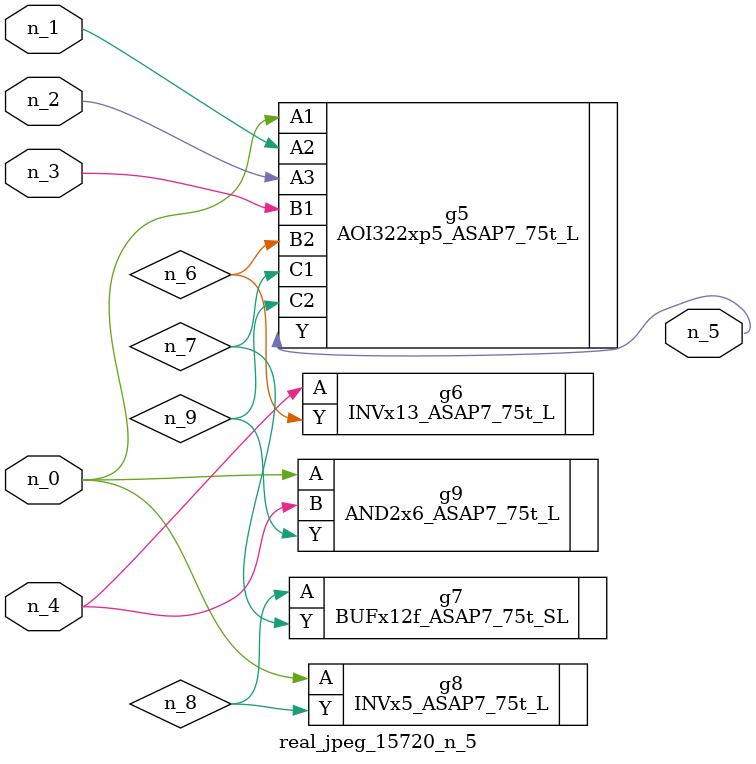
<source format=v>
module real_jpeg_15720_n_5 (n_4, n_0, n_1, n_2, n_3, n_5);

input n_4;
input n_0;
input n_1;
input n_2;
input n_3;

output n_5;

wire n_8;
wire n_6;
wire n_7;
wire n_9;

AOI322xp5_ASAP7_75t_L g5 ( 
.A1(n_0),
.A2(n_1),
.A3(n_2),
.B1(n_3),
.B2(n_6),
.C1(n_7),
.C2(n_9),
.Y(n_5)
);

INVx5_ASAP7_75t_L g8 ( 
.A(n_0),
.Y(n_8)
);

AND2x6_ASAP7_75t_L g9 ( 
.A(n_0),
.B(n_4),
.Y(n_9)
);

INVx13_ASAP7_75t_L g6 ( 
.A(n_4),
.Y(n_6)
);

BUFx12f_ASAP7_75t_SL g7 ( 
.A(n_8),
.Y(n_7)
);


endmodule
</source>
